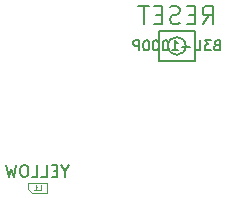
<source format=gbr>
G04 #@! TF.GenerationSoftware,KiCad,Pcbnew,(6.0.0-rc1-dev-1469-g932b9a334)*
G04 #@! TF.CreationDate,2019-10-20T15:35:18-07:00
G04 #@! TF.ProjectId,Laptreus-v2,4c617074-7265-4757-932d-76322e6b6963,rev?*
G04 #@! TF.SameCoordinates,Original*
G04 #@! TF.FileFunction,Other,Fab,Bot*
%FSLAX46Y46*%
G04 Gerber Fmt 4.6, Leading zero omitted, Abs format (unit mm)*
G04 Created by KiCad (PCBNEW (6.0.0-rc1-dev-1469-g932b9a334)) date Sunday, October 20, 2019 at 03:35:18 PM*
%MOMM*%
%LPD*%
G04 APERTURE LIST*
%ADD10C,0.200000*%
%ADD11C,0.150000*%
%ADD12C,0.100000*%
%ADD13C,0.060000*%
G04 APERTURE END LIST*
D10*
X235178217Y-79873674D02*
X235678217Y-79159388D01*
X236035360Y-79873674D02*
X236035360Y-78373674D01*
X235463931Y-78373674D01*
X235321074Y-78445103D01*
X235249646Y-78516531D01*
X235178217Y-78659388D01*
X235178217Y-78873674D01*
X235249646Y-79016531D01*
X235321074Y-79087960D01*
X235463931Y-79159388D01*
X236035360Y-79159388D01*
X234535360Y-79087960D02*
X234035360Y-79087960D01*
X233821074Y-79873674D02*
X234535360Y-79873674D01*
X234535360Y-78373674D01*
X233821074Y-78373674D01*
X233249646Y-79802245D02*
X233035360Y-79873674D01*
X232678217Y-79873674D01*
X232535360Y-79802245D01*
X232463931Y-79730817D01*
X232392503Y-79587960D01*
X232392503Y-79445103D01*
X232463931Y-79302245D01*
X232535360Y-79230817D01*
X232678217Y-79159388D01*
X232963931Y-79087960D01*
X233106788Y-79016531D01*
X233178217Y-78945103D01*
X233249646Y-78802245D01*
X233249646Y-78659388D01*
X233178217Y-78516531D01*
X233106788Y-78445103D01*
X232963931Y-78373674D01*
X232606788Y-78373674D01*
X232392503Y-78445103D01*
X231749646Y-79087960D02*
X231249646Y-79087960D01*
X231035360Y-79873674D02*
X231749646Y-79873674D01*
X231749646Y-78373674D01*
X231035360Y-78373674D01*
X230606788Y-78373674D02*
X229749646Y-78373674D01*
X230178217Y-79873674D02*
X230178217Y-78373674D01*
D11*
X236359170Y-81684337D02*
X236237742Y-81724813D01*
X236197266Y-81765290D01*
X236156789Y-81846242D01*
X236156789Y-81967671D01*
X236197266Y-82048623D01*
X236237742Y-82089099D01*
X236318694Y-82129575D01*
X236642504Y-82129575D01*
X236642504Y-81279575D01*
X236359170Y-81279575D01*
X236278218Y-81320052D01*
X236237742Y-81360528D01*
X236197266Y-81441480D01*
X236197266Y-81522432D01*
X236237742Y-81603385D01*
X236278218Y-81643861D01*
X236359170Y-81684337D01*
X236642504Y-81684337D01*
X235873456Y-81279575D02*
X235347266Y-81279575D01*
X235630599Y-81603385D01*
X235509170Y-81603385D01*
X235428218Y-81643861D01*
X235387742Y-81684337D01*
X235347266Y-81765290D01*
X235347266Y-81967671D01*
X235387742Y-82048623D01*
X235428218Y-82089099D01*
X235509170Y-82129575D01*
X235752027Y-82129575D01*
X235832980Y-82089099D01*
X235873456Y-82048623D01*
X234982980Y-81279575D02*
X234982980Y-81967671D01*
X234942504Y-82048623D01*
X234902027Y-82089099D01*
X234821075Y-82129575D01*
X234659170Y-82129575D01*
X234578218Y-82089099D01*
X234537742Y-82048623D01*
X234497266Y-81967671D01*
X234497266Y-81279575D01*
X234092504Y-81805766D02*
X233444885Y-81805766D01*
X232594885Y-82129575D02*
X233080599Y-82129575D01*
X232837742Y-82129575D02*
X232837742Y-81279575D01*
X232918694Y-81401004D01*
X232999647Y-81481956D01*
X233080599Y-81522432D01*
X232068694Y-81279575D02*
X231987742Y-81279575D01*
X231906789Y-81320052D01*
X231866313Y-81360528D01*
X231825837Y-81441480D01*
X231785361Y-81603385D01*
X231785361Y-81805766D01*
X231825837Y-81967671D01*
X231866313Y-82048623D01*
X231906789Y-82089099D01*
X231987742Y-82129575D01*
X232068694Y-82129575D01*
X232149647Y-82089099D01*
X232190123Y-82048623D01*
X232230599Y-81967671D01*
X232271075Y-81805766D01*
X232271075Y-81603385D01*
X232230599Y-81441480D01*
X232190123Y-81360528D01*
X232149647Y-81320052D01*
X232068694Y-81279575D01*
X231259170Y-81279575D02*
X231178218Y-81279575D01*
X231097266Y-81320052D01*
X231056789Y-81360528D01*
X231016313Y-81441480D01*
X230975837Y-81603385D01*
X230975837Y-81805766D01*
X231016313Y-81967671D01*
X231056789Y-82048623D01*
X231097266Y-82089099D01*
X231178218Y-82129575D01*
X231259170Y-82129575D01*
X231340123Y-82089099D01*
X231380599Y-82048623D01*
X231421075Y-81967671D01*
X231461551Y-81805766D01*
X231461551Y-81603385D01*
X231421075Y-81441480D01*
X231380599Y-81360528D01*
X231340123Y-81320052D01*
X231259170Y-81279575D01*
X230449647Y-81279575D02*
X230368694Y-81279575D01*
X230287742Y-81320052D01*
X230247266Y-81360528D01*
X230206789Y-81441480D01*
X230166313Y-81603385D01*
X230166313Y-81805766D01*
X230206789Y-81967671D01*
X230247266Y-82048623D01*
X230287742Y-82089099D01*
X230368694Y-82129575D01*
X230449647Y-82129575D01*
X230530599Y-82089099D01*
X230571075Y-82048623D01*
X230611551Y-81967671D01*
X230652027Y-81805766D01*
X230652027Y-81603385D01*
X230611551Y-81441480D01*
X230571075Y-81360528D01*
X230530599Y-81320052D01*
X230449647Y-81279575D01*
X229802027Y-82129575D02*
X229802027Y-81279575D01*
X229478218Y-81279575D01*
X229397266Y-81320052D01*
X229356789Y-81360528D01*
X229316313Y-81441480D01*
X229316313Y-81562909D01*
X229356789Y-81643861D01*
X229397266Y-81684337D01*
X229478218Y-81724813D01*
X229802027Y-81724813D01*
D12*
G04 #@! TO.C,L1*
X221999170Y-93370103D02*
X221999170Y-94170103D01*
X220399170Y-93370103D02*
X221999170Y-93370103D01*
X220399170Y-93870103D02*
X220399170Y-93370103D01*
X220699170Y-94170103D02*
X220399170Y-93870103D01*
X221999170Y-94170103D02*
X220699170Y-94170103D01*
D11*
G04 #@! TO.C,SW_RESET1*
X233749647Y-81745052D02*
G75*
G03X233749647Y-81745052I-750000J0D01*
G01*
X234499647Y-82995052D02*
X234499647Y-80495052D01*
X231499647Y-82995052D02*
X234499647Y-82995052D01*
X231499647Y-80495052D02*
X231499647Y-82995052D01*
X234499647Y-80495052D02*
X231499647Y-80495052D01*
G04 #@! TD*
G04 #@! TO.C,L1*
X223556312Y-92366293D02*
X223556312Y-92842483D01*
X223889646Y-91842483D02*
X223556312Y-92366293D01*
X223222979Y-91842483D01*
X222889646Y-92318674D02*
X222556312Y-92318674D01*
X222413455Y-92842483D02*
X222889646Y-92842483D01*
X222889646Y-91842483D01*
X222413455Y-91842483D01*
X221508693Y-92842483D02*
X221984884Y-92842483D01*
X221984884Y-91842483D01*
X220699170Y-92842483D02*
X221175360Y-92842483D01*
X221175360Y-91842483D01*
X220175360Y-91842483D02*
X219984884Y-91842483D01*
X219889646Y-91890103D01*
X219794408Y-91985341D01*
X219746789Y-92175817D01*
X219746789Y-92509150D01*
X219794408Y-92699626D01*
X219889646Y-92794864D01*
X219984884Y-92842483D01*
X220175360Y-92842483D01*
X220270598Y-92794864D01*
X220365836Y-92699626D01*
X220413455Y-92509150D01*
X220413455Y-92175817D01*
X220365836Y-91985341D01*
X220270598Y-91890103D01*
X220175360Y-91842483D01*
X219413455Y-91842483D02*
X219175360Y-92842483D01*
X218984884Y-92128198D01*
X218794408Y-92842483D01*
X218556312Y-91842483D01*
D13*
X221265836Y-93951055D02*
X221456312Y-93951055D01*
X221456312Y-93551055D01*
X220922979Y-93951055D02*
X221151550Y-93951055D01*
X221037265Y-93951055D02*
X221037265Y-93551055D01*
X221075360Y-93608198D01*
X221113455Y-93646293D01*
X221151550Y-93665341D01*
G04 #@! TD*
M02*

</source>
